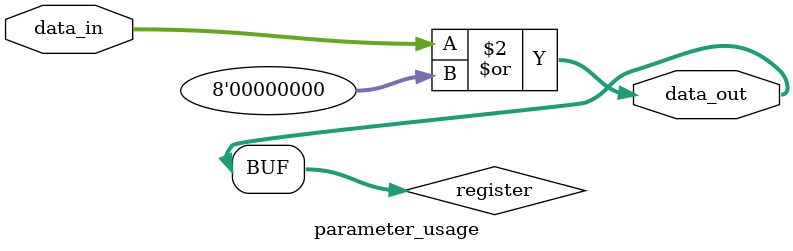
<source format=sv>
module parameter_usage #(
  parameter WIDTH = 8,
  parameter INIT_VALUE = 8'h00
) (
  input  logic [WIDTH-1:0] data_in,
  output logic [WIDTH-1:0] data_out
);
  
  // Parameters affect data flow but are constants
  logic [WIDTH-1:0] register;
  
  always_comb begin
    register = data_in | INIT_VALUE;
  end
  
  assign data_out = register;
  
endmodule


</source>
